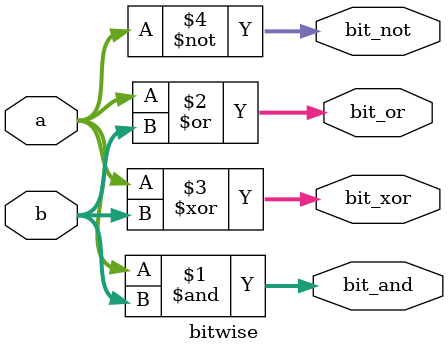
<source format=v>
module bitwise (
    a,
    b,
    bit_and,
    bit_not,
    bit_or,
    bit_xor
);
    input [3:0] a, b;
    output [3:0] bit_and, bit_not, bit_or, bit_xor;

    assign bit_and = a & b;
    assign bit_or  = a | b;
    assign bit_xor = a ^ b;
    assign bit_not = ~a;
endmodule

</source>
